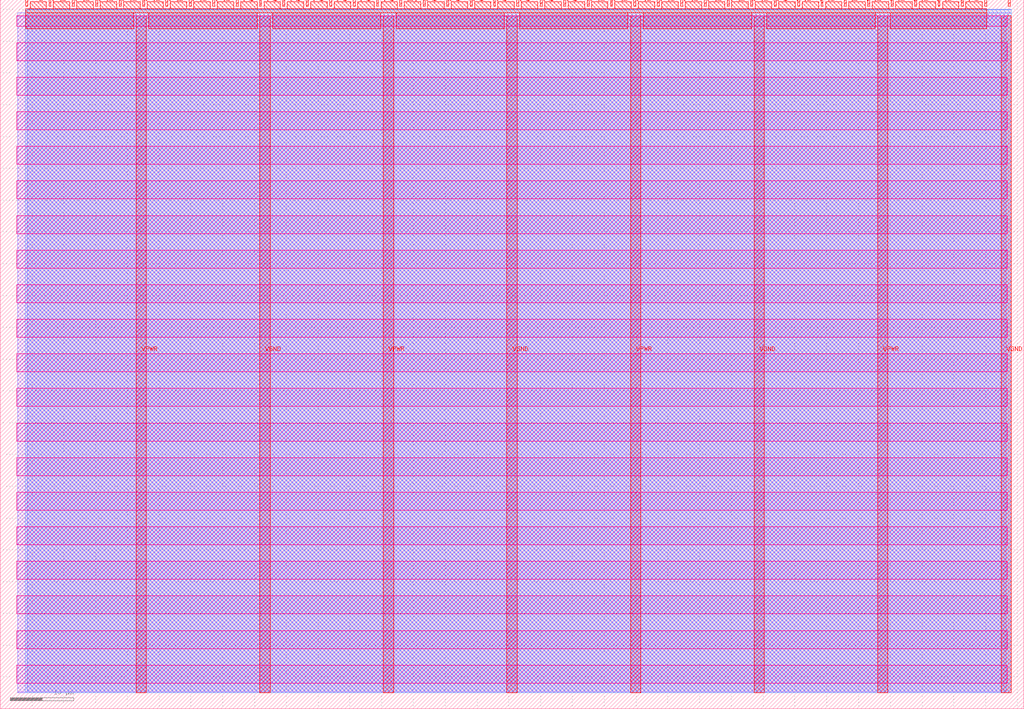
<source format=lef>
VERSION 5.7 ;
  NOWIREEXTENSIONATPIN ON ;
  DIVIDERCHAR "/" ;
  BUSBITCHARS "[]" ;
MACRO tt_um_wokwi_395057862490738689
  CLASS BLOCK ;
  FOREIGN tt_um_wokwi_395057862490738689 ;
  ORIGIN 0.000 0.000 ;
  SIZE 161.000 BY 111.520 ;
  PIN VGND
    DIRECTION INOUT ;
    USE GROUND ;
    PORT
      LAYER met4 ;
        RECT 40.830 2.480 42.430 109.040 ;
    END
    PORT
      LAYER met4 ;
        RECT 79.700 2.480 81.300 109.040 ;
    END
    PORT
      LAYER met4 ;
        RECT 118.570 2.480 120.170 109.040 ;
    END
    PORT
      LAYER met4 ;
        RECT 157.440 2.480 159.040 109.040 ;
    END
  END VGND
  PIN VPWR
    DIRECTION INOUT ;
    USE POWER ;
    PORT
      LAYER met4 ;
        RECT 21.395 2.480 22.995 109.040 ;
    END
    PORT
      LAYER met4 ;
        RECT 60.265 2.480 61.865 109.040 ;
    END
    PORT
      LAYER met4 ;
        RECT 99.135 2.480 100.735 109.040 ;
    END
    PORT
      LAYER met4 ;
        RECT 138.005 2.480 139.605 109.040 ;
    END
  END VPWR
  PIN clk
    DIRECTION INPUT ;
    USE SIGNAL ;
    ANTENNAGATEAREA 0.159000 ;
    PORT
      LAYER met4 ;
        RECT 154.870 110.520 155.170 111.520 ;
    END
  END clk
  PIN ena
    DIRECTION INPUT ;
    USE SIGNAL ;
    PORT
      LAYER met4 ;
        RECT 158.550 110.520 158.850 111.520 ;
    END
  END ena
  PIN rst_n
    DIRECTION INPUT ;
    USE SIGNAL ;
    ANTENNAGATEAREA 0.196500 ;
    PORT
      LAYER met4 ;
        RECT 151.190 110.520 151.490 111.520 ;
    END
  END rst_n
  PIN ui_in[0]
    DIRECTION INPUT ;
    USE SIGNAL ;
    ANTENNAGATEAREA 0.196500 ;
    PORT
      LAYER met4 ;
        RECT 147.510 110.520 147.810 111.520 ;
    END
  END ui_in[0]
  PIN ui_in[1]
    DIRECTION INPUT ;
    USE SIGNAL ;
    ANTENNAGATEAREA 0.196500 ;
    PORT
      LAYER met4 ;
        RECT 143.830 110.520 144.130 111.520 ;
    END
  END ui_in[1]
  PIN ui_in[2]
    DIRECTION INPUT ;
    USE SIGNAL ;
    ANTENNAGATEAREA 0.196500 ;
    PORT
      LAYER met4 ;
        RECT 140.150 110.520 140.450 111.520 ;
    END
  END ui_in[2]
  PIN ui_in[3]
    DIRECTION INPUT ;
    USE SIGNAL ;
    ANTENNAGATEAREA 0.159000 ;
    PORT
      LAYER met4 ;
        RECT 136.470 110.520 136.770 111.520 ;
    END
  END ui_in[3]
  PIN ui_in[4]
    DIRECTION INPUT ;
    USE SIGNAL ;
    ANTENNAGATEAREA 0.213000 ;
    PORT
      LAYER met4 ;
        RECT 132.790 110.520 133.090 111.520 ;
    END
  END ui_in[4]
  PIN ui_in[5]
    DIRECTION INPUT ;
    USE SIGNAL ;
    ANTENNAGATEAREA 0.213000 ;
    PORT
      LAYER met4 ;
        RECT 129.110 110.520 129.410 111.520 ;
    END
  END ui_in[5]
  PIN ui_in[6]
    DIRECTION INPUT ;
    USE SIGNAL ;
    ANTENNAGATEAREA 0.213000 ;
    PORT
      LAYER met4 ;
        RECT 125.430 110.520 125.730 111.520 ;
    END
  END ui_in[6]
  PIN ui_in[7]
    DIRECTION INPUT ;
    USE SIGNAL ;
    ANTENNAGATEAREA 0.213000 ;
    PORT
      LAYER met4 ;
        RECT 121.750 110.520 122.050 111.520 ;
    END
  END ui_in[7]
  PIN uio_in[0]
    DIRECTION INPUT ;
    USE SIGNAL ;
    PORT
      LAYER met4 ;
        RECT 118.070 110.520 118.370 111.520 ;
    END
  END uio_in[0]
  PIN uio_in[1]
    DIRECTION INPUT ;
    USE SIGNAL ;
    PORT
      LAYER met4 ;
        RECT 114.390 110.520 114.690 111.520 ;
    END
  END uio_in[1]
  PIN uio_in[2]
    DIRECTION INPUT ;
    USE SIGNAL ;
    PORT
      LAYER met4 ;
        RECT 110.710 110.520 111.010 111.520 ;
    END
  END uio_in[2]
  PIN uio_in[3]
    DIRECTION INPUT ;
    USE SIGNAL ;
    PORT
      LAYER met4 ;
        RECT 107.030 110.520 107.330 111.520 ;
    END
  END uio_in[3]
  PIN uio_in[4]
    DIRECTION INPUT ;
    USE SIGNAL ;
    PORT
      LAYER met4 ;
        RECT 103.350 110.520 103.650 111.520 ;
    END
  END uio_in[4]
  PIN uio_in[5]
    DIRECTION INPUT ;
    USE SIGNAL ;
    PORT
      LAYER met4 ;
        RECT 99.670 110.520 99.970 111.520 ;
    END
  END uio_in[5]
  PIN uio_in[6]
    DIRECTION INPUT ;
    USE SIGNAL ;
    PORT
      LAYER met4 ;
        RECT 95.990 110.520 96.290 111.520 ;
    END
  END uio_in[6]
  PIN uio_in[7]
    DIRECTION INPUT ;
    USE SIGNAL ;
    PORT
      LAYER met4 ;
        RECT 92.310 110.520 92.610 111.520 ;
    END
  END uio_in[7]
  PIN uio_oe[0]
    DIRECTION OUTPUT TRISTATE ;
    USE SIGNAL ;
    PORT
      LAYER met4 ;
        RECT 29.750 110.520 30.050 111.520 ;
    END
  END uio_oe[0]
  PIN uio_oe[1]
    DIRECTION OUTPUT TRISTATE ;
    USE SIGNAL ;
    PORT
      LAYER met4 ;
        RECT 26.070 110.520 26.370 111.520 ;
    END
  END uio_oe[1]
  PIN uio_oe[2]
    DIRECTION OUTPUT TRISTATE ;
    USE SIGNAL ;
    PORT
      LAYER met4 ;
        RECT 22.390 110.520 22.690 111.520 ;
    END
  END uio_oe[2]
  PIN uio_oe[3]
    DIRECTION OUTPUT TRISTATE ;
    USE SIGNAL ;
    PORT
      LAYER met4 ;
        RECT 18.710 110.520 19.010 111.520 ;
    END
  END uio_oe[3]
  PIN uio_oe[4]
    DIRECTION OUTPUT TRISTATE ;
    USE SIGNAL ;
    PORT
      LAYER met4 ;
        RECT 15.030 110.520 15.330 111.520 ;
    END
  END uio_oe[4]
  PIN uio_oe[5]
    DIRECTION OUTPUT TRISTATE ;
    USE SIGNAL ;
    PORT
      LAYER met4 ;
        RECT 11.350 110.520 11.650 111.520 ;
    END
  END uio_oe[5]
  PIN uio_oe[6]
    DIRECTION OUTPUT TRISTATE ;
    USE SIGNAL ;
    PORT
      LAYER met4 ;
        RECT 7.670 110.520 7.970 111.520 ;
    END
  END uio_oe[6]
  PIN uio_oe[7]
    DIRECTION OUTPUT TRISTATE ;
    USE SIGNAL ;
    PORT
      LAYER met4 ;
        RECT 3.990 110.520 4.290 111.520 ;
    END
  END uio_oe[7]
  PIN uio_out[0]
    DIRECTION OUTPUT TRISTATE ;
    USE SIGNAL ;
    PORT
      LAYER met4 ;
        RECT 59.190 110.520 59.490 111.520 ;
    END
  END uio_out[0]
  PIN uio_out[1]
    DIRECTION OUTPUT TRISTATE ;
    USE SIGNAL ;
    PORT
      LAYER met4 ;
        RECT 55.510 110.520 55.810 111.520 ;
    END
  END uio_out[1]
  PIN uio_out[2]
    DIRECTION OUTPUT TRISTATE ;
    USE SIGNAL ;
    PORT
      LAYER met4 ;
        RECT 51.830 110.520 52.130 111.520 ;
    END
  END uio_out[2]
  PIN uio_out[3]
    DIRECTION OUTPUT TRISTATE ;
    USE SIGNAL ;
    PORT
      LAYER met4 ;
        RECT 48.150 110.520 48.450 111.520 ;
    END
  END uio_out[3]
  PIN uio_out[4]
    DIRECTION OUTPUT TRISTATE ;
    USE SIGNAL ;
    PORT
      LAYER met4 ;
        RECT 44.470 110.520 44.770 111.520 ;
    END
  END uio_out[4]
  PIN uio_out[5]
    DIRECTION OUTPUT TRISTATE ;
    USE SIGNAL ;
    PORT
      LAYER met4 ;
        RECT 40.790 110.520 41.090 111.520 ;
    END
  END uio_out[5]
  PIN uio_out[6]
    DIRECTION OUTPUT TRISTATE ;
    USE SIGNAL ;
    PORT
      LAYER met4 ;
        RECT 37.110 110.520 37.410 111.520 ;
    END
  END uio_out[6]
  PIN uio_out[7]
    DIRECTION OUTPUT TRISTATE ;
    USE SIGNAL ;
    PORT
      LAYER met4 ;
        RECT 33.430 110.520 33.730 111.520 ;
    END
  END uio_out[7]
  PIN uo_out[0]
    DIRECTION OUTPUT TRISTATE ;
    USE SIGNAL ;
    ANTENNADIFFAREA 0.795200 ;
    PORT
      LAYER met4 ;
        RECT 88.630 110.520 88.930 111.520 ;
    END
  END uo_out[0]
  PIN uo_out[1]
    DIRECTION OUTPUT TRISTATE ;
    USE SIGNAL ;
    ANTENNADIFFAREA 0.445500 ;
    PORT
      LAYER met4 ;
        RECT 84.950 110.520 85.250 111.520 ;
    END
  END uo_out[1]
  PIN uo_out[2]
    DIRECTION OUTPUT TRISTATE ;
    USE SIGNAL ;
    ANTENNADIFFAREA 0.795200 ;
    PORT
      LAYER met4 ;
        RECT 81.270 110.520 81.570 111.520 ;
    END
  END uo_out[2]
  PIN uo_out[3]
    DIRECTION OUTPUT TRISTATE ;
    USE SIGNAL ;
    ANTENNADIFFAREA 0.445500 ;
    PORT
      LAYER met4 ;
        RECT 77.590 110.520 77.890 111.520 ;
    END
  END uo_out[3]
  PIN uo_out[4]
    DIRECTION OUTPUT TRISTATE ;
    USE SIGNAL ;
    ANTENNADIFFAREA 0.795200 ;
    PORT
      LAYER met4 ;
        RECT 73.910 110.520 74.210 111.520 ;
    END
  END uo_out[4]
  PIN uo_out[5]
    DIRECTION OUTPUT TRISTATE ;
    USE SIGNAL ;
    ANTENNADIFFAREA 0.795200 ;
    PORT
      LAYER met4 ;
        RECT 70.230 110.520 70.530 111.520 ;
    END
  END uo_out[5]
  PIN uo_out[6]
    DIRECTION OUTPUT TRISTATE ;
    USE SIGNAL ;
    ANTENNADIFFAREA 0.795200 ;
    PORT
      LAYER met4 ;
        RECT 66.550 110.520 66.850 111.520 ;
    END
  END uo_out[6]
  PIN uo_out[7]
    DIRECTION OUTPUT TRISTATE ;
    USE SIGNAL ;
    ANTENNADIFFAREA 0.795200 ;
    PORT
      LAYER met4 ;
        RECT 62.870 110.520 63.170 111.520 ;
    END
  END uo_out[7]
  OBS
      LAYER nwell ;
        RECT 2.570 107.385 158.430 108.990 ;
        RECT 2.570 101.945 158.430 104.775 ;
        RECT 2.570 96.505 158.430 99.335 ;
        RECT 2.570 91.065 158.430 93.895 ;
        RECT 2.570 85.625 158.430 88.455 ;
        RECT 2.570 80.185 158.430 83.015 ;
        RECT 2.570 74.745 158.430 77.575 ;
        RECT 2.570 69.305 158.430 72.135 ;
        RECT 2.570 63.865 158.430 66.695 ;
        RECT 2.570 58.425 158.430 61.255 ;
        RECT 2.570 52.985 158.430 55.815 ;
        RECT 2.570 47.545 158.430 50.375 ;
        RECT 2.570 42.105 158.430 44.935 ;
        RECT 2.570 36.665 158.430 39.495 ;
        RECT 2.570 31.225 158.430 34.055 ;
        RECT 2.570 25.785 158.430 28.615 ;
        RECT 2.570 20.345 158.430 23.175 ;
        RECT 2.570 14.905 158.430 17.735 ;
        RECT 2.570 9.465 158.430 12.295 ;
        RECT 2.570 4.025 158.430 6.855 ;
      LAYER li1 ;
        RECT 2.760 2.635 158.240 108.885 ;
      LAYER met1 ;
        RECT 2.760 2.480 159.040 109.440 ;
      LAYER met2 ;
        RECT 4.230 2.535 159.010 110.005 ;
      LAYER met3 ;
        RECT 3.950 2.555 159.030 109.985 ;
      LAYER met4 ;
        RECT 4.690 110.120 7.270 111.170 ;
        RECT 8.370 110.120 10.950 111.170 ;
        RECT 12.050 110.120 14.630 111.170 ;
        RECT 15.730 110.120 18.310 111.170 ;
        RECT 19.410 110.120 21.990 111.170 ;
        RECT 23.090 110.120 25.670 111.170 ;
        RECT 26.770 110.120 29.350 111.170 ;
        RECT 30.450 110.120 33.030 111.170 ;
        RECT 34.130 110.120 36.710 111.170 ;
        RECT 37.810 110.120 40.390 111.170 ;
        RECT 41.490 110.120 44.070 111.170 ;
        RECT 45.170 110.120 47.750 111.170 ;
        RECT 48.850 110.120 51.430 111.170 ;
        RECT 52.530 110.120 55.110 111.170 ;
        RECT 56.210 110.120 58.790 111.170 ;
        RECT 59.890 110.120 62.470 111.170 ;
        RECT 63.570 110.120 66.150 111.170 ;
        RECT 67.250 110.120 69.830 111.170 ;
        RECT 70.930 110.120 73.510 111.170 ;
        RECT 74.610 110.120 77.190 111.170 ;
        RECT 78.290 110.120 80.870 111.170 ;
        RECT 81.970 110.120 84.550 111.170 ;
        RECT 85.650 110.120 88.230 111.170 ;
        RECT 89.330 110.120 91.910 111.170 ;
        RECT 93.010 110.120 95.590 111.170 ;
        RECT 96.690 110.120 99.270 111.170 ;
        RECT 100.370 110.120 102.950 111.170 ;
        RECT 104.050 110.120 106.630 111.170 ;
        RECT 107.730 110.120 110.310 111.170 ;
        RECT 111.410 110.120 113.990 111.170 ;
        RECT 115.090 110.120 117.670 111.170 ;
        RECT 118.770 110.120 121.350 111.170 ;
        RECT 122.450 110.120 125.030 111.170 ;
        RECT 126.130 110.120 128.710 111.170 ;
        RECT 129.810 110.120 132.390 111.170 ;
        RECT 133.490 110.120 136.070 111.170 ;
        RECT 137.170 110.120 139.750 111.170 ;
        RECT 140.850 110.120 143.430 111.170 ;
        RECT 144.530 110.120 147.110 111.170 ;
        RECT 148.210 110.120 150.790 111.170 ;
        RECT 151.890 110.120 154.470 111.170 ;
        RECT 3.975 109.440 155.185 110.120 ;
        RECT 3.975 106.935 20.995 109.440 ;
        RECT 23.395 106.935 40.430 109.440 ;
        RECT 42.830 106.935 59.865 109.440 ;
        RECT 62.265 106.935 79.300 109.440 ;
        RECT 81.700 106.935 98.735 109.440 ;
        RECT 101.135 106.935 118.170 109.440 ;
        RECT 120.570 106.935 137.605 109.440 ;
        RECT 140.005 106.935 155.185 109.440 ;
  END
END tt_um_wokwi_395057862490738689
END LIBRARY


</source>
